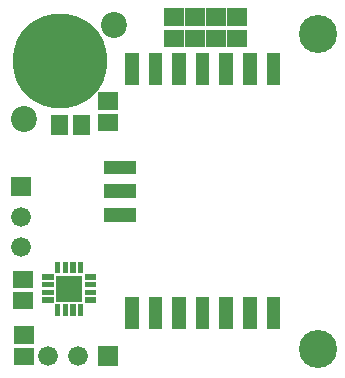
<source format=gbs>
G04 start of page 6 for group -4062 idx -4062 *
G04 Title: (unknown), soldermask *
G04 Creator: pcb 20091103 *
G04 CreationDate: Wed May  9 21:08:20 2012 UTC *
G04 For: markrages *
G04 Format: Gerber/RS-274X *
G04 PCB-Dimensions: 315000 325000 *
G04 PCB-Coordinate-Origin: lower left *
%MOIN*%
%FSLAX25Y25*%
%LNBACKMASK*%
%ADD11C,0.0200*%
%ADD14C,0.0866*%
%ADD20C,0.1270*%
%ADD21C,0.3150*%
%ADD25C,0.0660*%
%ADD26R,0.0572X0.0572*%
%ADD27R,0.0454X0.0454*%
%ADD28R,0.0176X0.0176*%
G54D14*X107000Y186501D03*
X137000Y218000D03*
G54D11*G36*
X102700Y167300D02*Y160700D01*
X109300D01*
Y167300D01*
X102700D01*
G37*
G54D25*X106000Y154000D03*
G54D11*G36*
X131700Y110800D02*Y104200D01*
X138300D01*
Y110800D01*
X131700D01*
G37*
G54D25*X125000Y107500D03*
X115000D03*
X106000Y144000D03*
G54D20*X205000Y215000D03*
G54D21*X119000Y206000D03*
G54D20*X205000Y110000D03*
G54D26*X118914Y185000D02*Y184214D01*
X126000Y185000D02*Y184214D01*
X134607Y192543D02*X135393D01*
X134607Y185457D02*X135393D01*
G54D27*X142894Y206318D02*Y200216D01*
X135906Y170374D02*X142008D01*
X135906Y162500D02*X142008D01*
X135906Y154626D02*X142008D01*
X150768Y206318D02*Y200216D01*
X158642Y206318D02*Y200216D01*
X166516Y206318D02*Y200216D01*
X174390Y206318D02*Y200216D01*
X182264Y206318D02*Y200216D01*
X190138Y206318D02*Y200216D01*
G54D26*X177607Y213457D02*X178393D01*
X177607Y220543D02*X178393D01*
X170607Y213457D02*X171393D01*
X170607Y220543D02*X171393D01*
X163607D02*X164393D01*
X163607Y213457D02*X164393D01*
X156607Y220543D02*X157393D01*
X156607Y213457D02*X157393D01*
X106607Y114543D02*X107393D01*
X106607Y107457D02*X107393D01*
X106214Y125914D02*X107000D01*
X106214Y133000D02*X107000D01*
G54D28*X118162Y138129D02*Y136043D01*
X120721Y138129D02*Y136043D01*
X123279Y138129D02*Y136043D01*
X125838Y138129D02*Y136043D01*
X128043Y133838D02*X130129D01*
X128043Y131279D02*X130129D01*
X128043Y128721D02*X130129D01*
X128043Y126162D02*X130129D01*
X125838Y123957D02*Y121871D01*
X123279Y123957D02*Y121871D01*
X120721Y123957D02*Y121871D01*
X118162Y123957D02*Y121871D01*
X113871Y126162D02*X115957D01*
X113871Y128721D02*X115957D01*
X113871Y131279D02*X115957D01*
X113871Y133838D02*X115957D01*
G54D11*G36*
X117667Y134333D02*Y125666D01*
X126334D01*
Y134333D01*
X117667D01*
G37*
G54D27*X142894Y124784D02*Y118682D01*
X150768Y124784D02*Y118682D01*
X158642Y124784D02*Y118682D01*
X166516Y124784D02*Y118682D01*
X174390Y124784D02*Y118682D01*
X182264Y124784D02*Y118682D01*
X190138Y124784D02*Y118682D01*
M02*

</source>
